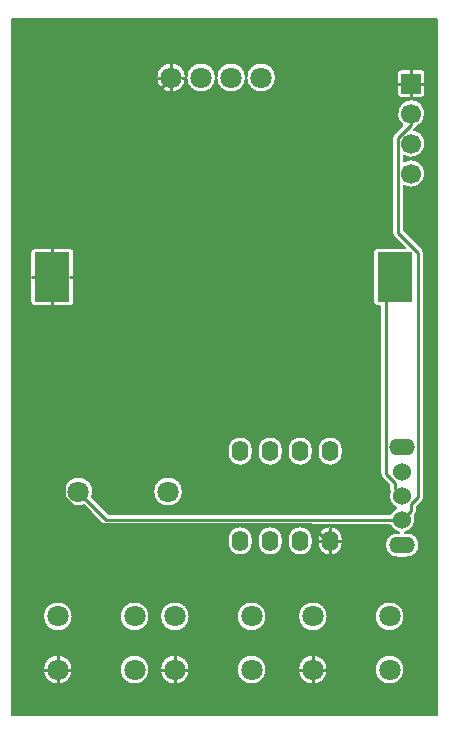
<source format=gbl>
G04 Layer: BottomLayer*
G04 EasyEDA Pro v2.2.38.8, 2025-05-22 15:01:17*
G04 Gerber Generator version 0.3*
G04 Scale: 100 percent, Rotated: No, Reflected: No*
G04 Dimensions in millimeters*
G04 Leading zeros omitted, absolute positions, 4 integers and 5 decimals*
%FSLAX45Y45*%
%MOMM*%
%ADD10C,0.2032*%
%ADD11C,0.254*%
%ADD12R,2.99999X4.19999*%
%ADD13C,1.8*%
%ADD14R,1.7X1.7*%
%ADD15C,1.7*%
%ADD16C,1.5293*%
%ADD17C,1.524*%
%ADD18O,2.2X1.4*%
%ADD19O,1.4X1.75001*%
G75*


G04 Copper Start*
G36*
G01X3634486Y-10414D02*
G01X3634486Y-5907786D01*
G01X35814Y-5907786D01*
G01X35814Y-5520893D01*
G01X298493Y-5520893D01*
G01X300405Y-5542741D01*
G01X306081Y-5563924D01*
G01X315349Y-5583800D01*
G01X327928Y-5601765D01*
G01X343435Y-5617272D01*
G01X361400Y-5629851D01*
G01X381276Y-5639120D01*
G01X402460Y-5644796D01*
G01X424307Y-5646707D01*
G01X446154Y-5644796D01*
G01X467338Y-5639120D01*
G01X487214Y-5629851D01*
G01X505179Y-5617272D01*
G01X520686Y-5601765D01*
G01X533265Y-5583800D01*
G01X542533Y-5563924D01*
G01X548209Y-5542741D01*
G01X550121Y-5520893D01*
G01X550121Y-5520893D01*
G01X948479Y-5520893D01*
G01X950391Y-5542741D01*
G01X956067Y-5563924D01*
G01X965335Y-5583800D01*
G01X977914Y-5601765D01*
G01X993421Y-5617272D01*
G01X1011386Y-5629851D01*
G01X1031262Y-5639120D01*
G01X1052446Y-5644796D01*
G01X1074293Y-5646707D01*
G01X1096140Y-5644796D01*
G01X1117324Y-5639120D01*
G01X1137200Y-5629851D01*
G01X1155165Y-5617272D01*
G01X1170672Y-5601765D01*
G01X1183251Y-5583800D01*
G01X1192519Y-5563924D01*
G01X1198195Y-5542741D01*
G01X1200107Y-5520893D01*
G01X1200107Y-5520893D01*
G01X1289093Y-5520893D01*
G01X1291005Y-5542741D01*
G01X1296681Y-5563924D01*
G01X1305949Y-5583800D01*
G01X1318528Y-5601765D01*
G01X1334035Y-5617272D01*
G01X1352000Y-5629851D01*
G01X1371876Y-5639120D01*
G01X1393060Y-5644796D01*
G01X1414907Y-5646707D01*
G01X1436754Y-5644796D01*
G01X1457938Y-5639120D01*
G01X1477814Y-5629851D01*
G01X1495779Y-5617272D01*
G01X1511286Y-5601765D01*
G01X1523865Y-5583800D01*
G01X1533133Y-5563924D01*
G01X1538809Y-5542741D01*
G01X1540721Y-5520893D01*
G01X1540721Y-5520893D01*
G01X1939079Y-5520893D01*
G01X1940991Y-5542741D01*
G01X1946667Y-5563924D01*
G01X1955935Y-5583800D01*
G01X1968514Y-5601765D01*
G01X1984021Y-5617272D01*
G01X2001986Y-5629851D01*
G01X2021862Y-5639120D01*
G01X2043046Y-5644796D01*
G01X2064893Y-5646707D01*
G01X2086740Y-5644796D01*
G01X2107924Y-5639120D01*
G01X2127800Y-5629851D01*
G01X2145765Y-5617272D01*
G01X2161272Y-5601765D01*
G01X2173851Y-5583800D01*
G01X2183119Y-5563924D01*
G01X2188795Y-5542741D01*
G01X2190707Y-5520893D01*
G01X2190707Y-5520893D01*
G01X2457493Y-5520893D01*
G01X2459405Y-5542741D01*
G01X2465081Y-5563924D01*
G01X2474349Y-5583800D01*
G01X2486928Y-5601765D01*
G01X2502435Y-5617272D01*
G01X2520400Y-5629851D01*
G01X2540276Y-5639120D01*
G01X2561460Y-5644796D01*
G01X2583307Y-5646707D01*
G01X2605154Y-5644796D01*
G01X2626338Y-5639120D01*
G01X2646214Y-5629851D01*
G01X2664179Y-5617272D01*
G01X2679686Y-5601765D01*
G01X2692265Y-5583800D01*
G01X2701533Y-5563924D01*
G01X2707209Y-5542741D01*
G01X2709121Y-5520893D01*
G01X2709121Y-5520893D01*
G01X3107479Y-5520893D01*
G01X3109391Y-5542741D01*
G01X3115067Y-5563924D01*
G01X3124335Y-5583800D01*
G01X3136914Y-5601765D01*
G01X3152421Y-5617272D01*
G01X3170386Y-5629851D01*
G01X3190262Y-5639120D01*
G01X3211446Y-5644796D01*
G01X3233293Y-5646707D01*
G01X3255140Y-5644796D01*
G01X3276324Y-5639120D01*
G01X3296200Y-5629851D01*
G01X3314165Y-5617272D01*
G01X3329672Y-5601765D01*
G01X3342251Y-5583800D01*
G01X3351519Y-5563924D01*
G01X3357195Y-5542741D01*
G01X3359107Y-5520893D01*
G01X3359107Y-5520893D01*
G01X3357195Y-5499046D01*
G01X3351519Y-5477862D01*
G01X3342251Y-5457986D01*
G01X3329672Y-5440022D01*
G01X3314165Y-5424514D01*
G01X3296200Y-5411935D01*
G01X3276324Y-5402667D01*
G01X3255140Y-5396991D01*
G01X3233293Y-5395079D01*
G01X3211446Y-5396991D01*
G01X3190262Y-5402667D01*
G01X3170386Y-5411935D01*
G01X3152421Y-5424514D01*
G01X3136914Y-5440022D01*
G01X3124335Y-5457986D01*
G01X3115067Y-5477862D01*
G01X3109391Y-5499046D01*
G01X3107479Y-5520893D01*
G01X2709121Y-5520893D01*
G01X2707209Y-5499046D01*
G01X2701533Y-5477862D01*
G01X2692265Y-5457986D01*
G01X2679686Y-5440022D01*
G01X2664179Y-5424514D01*
G01X2646214Y-5411935D01*
G01X2626338Y-5402667D01*
G01X2605154Y-5396991D01*
G01X2583307Y-5395079D01*
G01X2561460Y-5396991D01*
G01X2540276Y-5402667D01*
G01X2520400Y-5411935D01*
G01X2502435Y-5424514D01*
G01X2486928Y-5440022D01*
G01X2474349Y-5457986D01*
G01X2465081Y-5477862D01*
G01X2459405Y-5499046D01*
G01X2457493Y-5520893D01*
G01X2190707Y-5520893D01*
G01X2188795Y-5499046D01*
G01X2183119Y-5477862D01*
G01X2173851Y-5457986D01*
G01X2161272Y-5440022D01*
G01X2145765Y-5424514D01*
G01X2127800Y-5411935D01*
G01X2107924Y-5402667D01*
G01X2086740Y-5396991D01*
G01X2064893Y-5395079D01*
G01X2043046Y-5396991D01*
G01X2021862Y-5402667D01*
G01X2001986Y-5411935D01*
G01X1984021Y-5424514D01*
G01X1968514Y-5440022D01*
G01X1955935Y-5457986D01*
G01X1946667Y-5477862D01*
G01X1940991Y-5499046D01*
G01X1939079Y-5520893D01*
G01X1540721Y-5520893D01*
G01X1538809Y-5499046D01*
G01X1533133Y-5477862D01*
G01X1523865Y-5457986D01*
G01X1511286Y-5440022D01*
G01X1495779Y-5424514D01*
G01X1477814Y-5411935D01*
G01X1457938Y-5402667D01*
G01X1436754Y-5396991D01*
G01X1414907Y-5395079D01*
G01X1393060Y-5396991D01*
G01X1371876Y-5402667D01*
G01X1352000Y-5411935D01*
G01X1334035Y-5424514D01*
G01X1318528Y-5440022D01*
G01X1305949Y-5457986D01*
G01X1296681Y-5477862D01*
G01X1291005Y-5499046D01*
G01X1289093Y-5520893D01*
G01X1200107Y-5520893D01*
G01X1198195Y-5499046D01*
G01X1192519Y-5477862D01*
G01X1183251Y-5457986D01*
G01X1170672Y-5440022D01*
G01X1155165Y-5424514D01*
G01X1137200Y-5411935D01*
G01X1117324Y-5402667D01*
G01X1096140Y-5396991D01*
G01X1074293Y-5395079D01*
G01X1052446Y-5396991D01*
G01X1031262Y-5402667D01*
G01X1011386Y-5411935D01*
G01X993421Y-5424514D01*
G01X977914Y-5440022D01*
G01X965335Y-5457986D01*
G01X956067Y-5477862D01*
G01X950391Y-5499046D01*
G01X948479Y-5520893D01*
G01X550121Y-5520893D01*
G01X548209Y-5499046D01*
G01X542533Y-5477862D01*
G01X533265Y-5457986D01*
G01X520686Y-5440022D01*
G01X505179Y-5424514D01*
G01X487214Y-5411935D01*
G01X467338Y-5402667D01*
G01X446154Y-5396991D01*
G01X424307Y-5395079D01*
G01X402460Y-5396991D01*
G01X381276Y-5402667D01*
G01X361400Y-5411935D01*
G01X343435Y-5424514D01*
G01X327928Y-5440022D01*
G01X315349Y-5457986D01*
G01X306081Y-5477862D01*
G01X300405Y-5499046D01*
G01X298493Y-5520893D01*
G01X35814Y-5520893D01*
G01X35814Y-5070907D01*
G01X298493Y-5070907D01*
G01X300405Y-5092754D01*
G01X306081Y-5113938D01*
G01X315349Y-5133814D01*
G01X327928Y-5151778D01*
G01X343435Y-5167286D01*
G01X361400Y-5179865D01*
G01X381276Y-5189133D01*
G01X402460Y-5194809D01*
G01X424307Y-5196721D01*
G01X446154Y-5194809D01*
G01X467338Y-5189133D01*
G01X487214Y-5179865D01*
G01X505179Y-5167286D01*
G01X520686Y-5151778D01*
G01X533265Y-5133814D01*
G01X542533Y-5113938D01*
G01X548209Y-5092754D01*
G01X550121Y-5070907D01*
G01X550121Y-5070907D01*
G01X948479Y-5070907D01*
G01X950391Y-5092754D01*
G01X956067Y-5113938D01*
G01X965335Y-5133814D01*
G01X977914Y-5151778D01*
G01X993421Y-5167286D01*
G01X1011386Y-5179865D01*
G01X1031262Y-5189133D01*
G01X1052446Y-5194809D01*
G01X1074293Y-5196721D01*
G01X1096140Y-5194809D01*
G01X1117324Y-5189133D01*
G01X1137200Y-5179865D01*
G01X1155165Y-5167286D01*
G01X1170672Y-5151778D01*
G01X1183251Y-5133814D01*
G01X1192519Y-5113938D01*
G01X1198195Y-5092754D01*
G01X1200107Y-5070907D01*
G01X1200107Y-5070907D01*
G01X1289093Y-5070907D01*
G01X1291005Y-5092754D01*
G01X1296681Y-5113938D01*
G01X1305949Y-5133814D01*
G01X1318528Y-5151778D01*
G01X1334035Y-5167286D01*
G01X1352000Y-5179865D01*
G01X1371876Y-5189133D01*
G01X1393060Y-5194809D01*
G01X1414907Y-5196721D01*
G01X1436754Y-5194809D01*
G01X1457938Y-5189133D01*
G01X1477814Y-5179865D01*
G01X1495779Y-5167286D01*
G01X1511286Y-5151778D01*
G01X1523865Y-5133814D01*
G01X1533133Y-5113938D01*
G01X1538809Y-5092754D01*
G01X1540721Y-5070907D01*
G01X1540721Y-5070907D01*
G01X1939079Y-5070907D01*
G01X1940991Y-5092754D01*
G01X1946667Y-5113938D01*
G01X1955935Y-5133814D01*
G01X1968514Y-5151778D01*
G01X1984021Y-5167286D01*
G01X2001986Y-5179865D01*
G01X2021862Y-5189133D01*
G01X2043046Y-5194809D01*
G01X2064893Y-5196721D01*
G01X2086740Y-5194809D01*
G01X2107924Y-5189133D01*
G01X2127800Y-5179865D01*
G01X2145765Y-5167286D01*
G01X2161272Y-5151778D01*
G01X2173851Y-5133814D01*
G01X2183119Y-5113938D01*
G01X2188795Y-5092754D01*
G01X2190707Y-5070907D01*
G01X2190707Y-5070907D01*
G01X2457493Y-5070907D01*
G01X2459405Y-5092754D01*
G01X2465081Y-5113938D01*
G01X2474349Y-5133814D01*
G01X2486928Y-5151778D01*
G01X2502435Y-5167286D01*
G01X2520400Y-5179865D01*
G01X2540276Y-5189133D01*
G01X2561460Y-5194809D01*
G01X2583307Y-5196721D01*
G01X2605154Y-5194809D01*
G01X2626338Y-5189133D01*
G01X2646214Y-5179865D01*
G01X2664179Y-5167286D01*
G01X2679686Y-5151778D01*
G01X2692265Y-5133814D01*
G01X2701533Y-5113938D01*
G01X2707209Y-5092754D01*
G01X2709121Y-5070907D01*
G01X2709121Y-5070907D01*
G01X3107479Y-5070907D01*
G01X3109391Y-5092754D01*
G01X3115067Y-5113938D01*
G01X3124335Y-5133814D01*
G01X3136914Y-5151778D01*
G01X3152421Y-5167286D01*
G01X3170386Y-5179865D01*
G01X3190262Y-5189133D01*
G01X3211446Y-5194809D01*
G01X3233293Y-5196721D01*
G01X3255140Y-5194809D01*
G01X3276324Y-5189133D01*
G01X3296200Y-5179865D01*
G01X3314165Y-5167286D01*
G01X3329672Y-5151778D01*
G01X3342251Y-5133814D01*
G01X3351519Y-5113938D01*
G01X3357195Y-5092754D01*
G01X3359107Y-5070907D01*
G01X3359107Y-5070907D01*
G01X3357195Y-5049059D01*
G01X3351519Y-5027876D01*
G01X3342251Y-5008000D01*
G01X3329672Y-4990035D01*
G01X3314165Y-4974528D01*
G01X3296200Y-4961949D01*
G01X3276324Y-4952680D01*
G01X3255140Y-4947004D01*
G01X3233293Y-4945093D01*
G01X3211446Y-4947004D01*
G01X3190262Y-4952680D01*
G01X3170386Y-4961949D01*
G01X3152421Y-4974528D01*
G01X3136914Y-4990035D01*
G01X3124335Y-5008000D01*
G01X3115067Y-5027876D01*
G01X3109391Y-5049059D01*
G01X3107479Y-5070907D01*
G01X2709121Y-5070907D01*
G01X2707209Y-5049059D01*
G01X2701533Y-5027876D01*
G01X2692265Y-5008000D01*
G01X2679686Y-4990035D01*
G01X2664179Y-4974528D01*
G01X2646214Y-4961949D01*
G01X2626338Y-4952680D01*
G01X2605154Y-4947004D01*
G01X2583307Y-4945093D01*
G01X2561460Y-4947004D01*
G01X2540276Y-4952680D01*
G01X2520400Y-4961949D01*
G01X2502435Y-4974528D01*
G01X2486928Y-4990035D01*
G01X2474349Y-5008000D01*
G01X2465081Y-5027876D01*
G01X2459405Y-5049059D01*
G01X2457493Y-5070907D01*
G01X2190707Y-5070907D01*
G01X2188795Y-5049059D01*
G01X2183119Y-5027876D01*
G01X2173851Y-5008000D01*
G01X2161272Y-4990035D01*
G01X2145765Y-4974528D01*
G01X2127800Y-4961949D01*
G01X2107924Y-4952680D01*
G01X2086740Y-4947004D01*
G01X2064893Y-4945093D01*
G01X2043046Y-4947004D01*
G01X2021862Y-4952680D01*
G01X2001986Y-4961949D01*
G01X1984021Y-4974528D01*
G01X1968514Y-4990035D01*
G01X1955935Y-5008000D01*
G01X1946667Y-5027876D01*
G01X1940991Y-5049059D01*
G01X1939079Y-5070907D01*
G01X1540721Y-5070907D01*
G01X1538809Y-5049059D01*
G01X1533133Y-5027876D01*
G01X1523865Y-5008000D01*
G01X1511286Y-4990035D01*
G01X1495779Y-4974528D01*
G01X1477814Y-4961949D01*
G01X1457938Y-4952680D01*
G01X1436754Y-4947004D01*
G01X1414907Y-4945093D01*
G01X1393060Y-4947004D01*
G01X1371876Y-4952680D01*
G01X1352000Y-4961949D01*
G01X1334035Y-4974528D01*
G01X1318528Y-4990035D01*
G01X1305949Y-5008000D01*
G01X1296681Y-5027876D01*
G01X1291005Y-5049059D01*
G01X1289093Y-5070907D01*
G01X1200107Y-5070907D01*
G01X1198195Y-5049059D01*
G01X1192519Y-5027876D01*
G01X1183251Y-5008000D01*
G01X1170672Y-4990035D01*
G01X1155165Y-4974528D01*
G01X1137200Y-4961949D01*
G01X1117324Y-4952680D01*
G01X1096140Y-4947004D01*
G01X1074293Y-4945093D01*
G01X1052446Y-4947004D01*
G01X1031262Y-4952680D01*
G01X1011386Y-4961949D01*
G01X993421Y-4974528D01*
G01X977914Y-4990035D01*
G01X965335Y-5008000D01*
G01X956067Y-5027876D01*
G01X950391Y-5049059D01*
G01X948479Y-5070907D01*
G01X550121Y-5070907D01*
G01X548209Y-5049059D01*
G01X542533Y-5027876D01*
G01X533265Y-5008000D01*
G01X520686Y-4990035D01*
G01X505179Y-4974528D01*
G01X487214Y-4961949D01*
G01X467338Y-4952680D01*
G01X446154Y-4947004D01*
G01X424307Y-4945093D01*
G01X402460Y-4947004D01*
G01X381276Y-4952680D01*
G01X361400Y-4961949D01*
G01X343435Y-4974528D01*
G01X327928Y-4990035D01*
G01X315349Y-5008000D01*
G01X306081Y-5027876D01*
G01X300405Y-5049059D01*
G01X298493Y-5070907D01*
G01X35814Y-5070907D01*
G01X35814Y-4413809D01*
G01X1862686Y-4413809D01*
G01X1862686Y-4448810D01*
G01X1864488Y-4468253D01*
G01X1869832Y-4487034D01*
G01X1878535Y-4504514D01*
G01X1890303Y-4520096D01*
G01X1904733Y-4533251D01*
G01X1921335Y-4543531D01*
G01X1939543Y-4550584D01*
G01X1958737Y-4554172D01*
G01X1978263Y-4554172D01*
G01X1997457Y-4550584D01*
G01X2015665Y-4543531D01*
G01X2032267Y-4533251D01*
G01X2046697Y-4520096D01*
G01X2058465Y-4504514D01*
G01X2067168Y-4487034D01*
G01X2072512Y-4468253D01*
G01X2074314Y-4448810D01*
G01X2074314Y-4413809D01*
G01X2116686Y-4413809D01*
G01X2116686Y-4448810D01*
G01X2118488Y-4468253D01*
G01X2123832Y-4487034D01*
G01X2132535Y-4504514D01*
G01X2144303Y-4520096D01*
G01X2158733Y-4533251D01*
G01X2175335Y-4543531D01*
G01X2193543Y-4550584D01*
G01X2212737Y-4554172D01*
G01X2232263Y-4554172D01*
G01X2251457Y-4550584D01*
G01X2269665Y-4543531D01*
G01X2286267Y-4533251D01*
G01X2300697Y-4520096D01*
G01X2312465Y-4504514D01*
G01X2321168Y-4487034D01*
G01X2326512Y-4468253D01*
G01X2328314Y-4448810D01*
G01X2328314Y-4413809D01*
G01X2370686Y-4413809D01*
G01X2370686Y-4448810D01*
G01X2372488Y-4468253D01*
G01X2377832Y-4487034D01*
G01X2386535Y-4504514D01*
G01X2398303Y-4520096D01*
G01X2412733Y-4533251D01*
G01X2429335Y-4543531D01*
G01X2447543Y-4550584D01*
G01X2466737Y-4554172D01*
G01X2486263Y-4554172D01*
G01X2505457Y-4550584D01*
G01X2523665Y-4543531D01*
G01X2540267Y-4533251D01*
G01X2554697Y-4520096D01*
G01X2566465Y-4504514D01*
G01X2575168Y-4487034D01*
G01X2580512Y-4468253D01*
G01X2582314Y-4448810D01*
G01X2582314Y-4413809D01*
G01X2624686Y-4413809D01*
G01X2624686Y-4448810D01*
G01X2626488Y-4468253D01*
G01X2631832Y-4487034D01*
G01X2640535Y-4504514D01*
G01X2652303Y-4520096D01*
G01X2666733Y-4533251D01*
G01X2683335Y-4543531D01*
G01X2701543Y-4550584D01*
G01X2720737Y-4554172D01*
G01X2740263Y-4554172D01*
G01X2759457Y-4550584D01*
G01X2777665Y-4543531D01*
G01X2794267Y-4533251D01*
G01X2808697Y-4520096D01*
G01X2820465Y-4504514D01*
G01X2829168Y-4487034D01*
G01X2834512Y-4468253D01*
G01X2836314Y-4448810D01*
G01X2836314Y-4413809D01*
G01X2834512Y-4394366D01*
G01X2829168Y-4375584D01*
G01X2820465Y-4358105D01*
G01X2808697Y-4342522D01*
G01X2794267Y-4329368D01*
G01X2777665Y-4319088D01*
G01X2759457Y-4312034D01*
G01X2740263Y-4308446D01*
G01X2720737Y-4308446D01*
G01X2701543Y-4312034D01*
G01X2683335Y-4319088D01*
G01X2666733Y-4329368D01*
G01X2652303Y-4342522D01*
G01X2640535Y-4358105D01*
G01X2631832Y-4375584D01*
G01X2626488Y-4394366D01*
G01X2624686Y-4413809D01*
G01X2624686Y-4413809D01*
G01X2582314Y-4413809D01*
G01X2580512Y-4394366D01*
G01X2575168Y-4375584D01*
G01X2566465Y-4358105D01*
G01X2554697Y-4342522D01*
G01X2540267Y-4329368D01*
G01X2523665Y-4319088D01*
G01X2505457Y-4312034D01*
G01X2486263Y-4308446D01*
G01X2466737Y-4308446D01*
G01X2447543Y-4312034D01*
G01X2429335Y-4319088D01*
G01X2412733Y-4329368D01*
G01X2398303Y-4342522D01*
G01X2386535Y-4358105D01*
G01X2377832Y-4375584D01*
G01X2372488Y-4394366D01*
G01X2370686Y-4413809D01*
G01X2370686Y-4413809D01*
G01X2328314Y-4413809D01*
G01X2326512Y-4394366D01*
G01X2321168Y-4375584D01*
G01X2312465Y-4358105D01*
G01X2300697Y-4342522D01*
G01X2286267Y-4329368D01*
G01X2269665Y-4319088D01*
G01X2251457Y-4312034D01*
G01X2232263Y-4308446D01*
G01X2212737Y-4308446D01*
G01X2193543Y-4312034D01*
G01X2175335Y-4319088D01*
G01X2158733Y-4329368D01*
G01X2144303Y-4342522D01*
G01X2132535Y-4358105D01*
G01X2123832Y-4375584D01*
G01X2118488Y-4394366D01*
G01X2116686Y-4413809D01*
G01X2116686Y-4413809D01*
G01X2074314Y-4413809D01*
G01X2072512Y-4394366D01*
G01X2067168Y-4375584D01*
G01X2058465Y-4358105D01*
G01X2046697Y-4342522D01*
G01X2032267Y-4329368D01*
G01X2015665Y-4319088D01*
G01X1997457Y-4312034D01*
G01X1978263Y-4308446D01*
G01X1958737Y-4308446D01*
G01X1939543Y-4312034D01*
G01X1921335Y-4319088D01*
G01X1904733Y-4329368D01*
G01X1890303Y-4342522D01*
G01X1878535Y-4358105D01*
G01X1869832Y-4375584D01*
G01X1864488Y-4394366D01*
G01X1862686Y-4413809D01*
G01X1862686Y-4413809D01*
G01X35814Y-4413809D01*
G01X35814Y-4022332D01*
G01X472421Y-4022332D01*
G01X475824Y-4043626D01*
G01X482813Y-4064026D01*
G01X493183Y-4082933D01*
G01X506629Y-4099792D01*
G01X522757Y-4114106D01*
G01X541092Y-4125457D01*
G01X561096Y-4133509D01*
G01X582182Y-4138028D01*
G01X603729Y-4138879D01*
G01X625105Y-4136038D01*
G01X645683Y-4129588D01*
G01X801698Y-4285604D01*
G01X811746Y-4293314D01*
G01X823447Y-4298161D01*
G01X836003Y-4299814D01*
G01X3239137Y-4299814D01*
G01X3249429Y-4317071D01*
G01X3262638Y-4332212D01*
G01X3278341Y-4344750D01*
G01X3296030Y-4354280D01*
G01X3315138Y-4360497D01*
G01X3300100Y-4360497D01*
G01X3280657Y-4362298D01*
G01X3261876Y-4367642D01*
G01X3244396Y-4376346D01*
G01X3228814Y-4388113D01*
G01X3215659Y-4402544D01*
G01X3205379Y-4419145D01*
G01X3198326Y-4437353D01*
G01X3194738Y-4456547D01*
G01X3194738Y-4476074D01*
G01X3198326Y-4495268D01*
G01X3205379Y-4513476D01*
G01X3215659Y-4530078D01*
G01X3228814Y-4544508D01*
G01X3244396Y-4556275D01*
G01X3261876Y-4564979D01*
G01X3280657Y-4570323D01*
G01X3300100Y-4572124D01*
G01X3380100Y-4572124D01*
G01X3399543Y-4570323D01*
G01X3418324Y-4564979D01*
G01X3435804Y-4556275D01*
G01X3451386Y-4544508D01*
G01X3464541Y-4530078D01*
G01X3474821Y-4513476D01*
G01X3481874Y-4495268D01*
G01X3485462Y-4476074D01*
G01X3485462Y-4456547D01*
G01X3481874Y-4437353D01*
G01X3474821Y-4419145D01*
G01X3464541Y-4402544D01*
G01X3451386Y-4388113D01*
G01X3435804Y-4376346D01*
G01X3418324Y-4367642D01*
G01X3399543Y-4362298D01*
G01X3380100Y-4360497D01*
G01X3365062Y-4360497D01*
G01X3383006Y-4354770D01*
G01X3399737Y-4346118D01*
G01X3414782Y-4334785D01*
G01X3427714Y-4321091D01*
G01X3438170Y-4305424D01*
G01X3445852Y-4288226D01*
G01X3450545Y-4269985D01*
G01X3452114Y-4251215D01*
G01X3450516Y-4232447D01*
G01X3445796Y-4214213D01*
G01X3450605Y-4209404D01*
G01X3458314Y-4199357D01*
G01X3463161Y-4187656D01*
G01X3464814Y-4175100D01*
G01X3464814Y-4142415D01*
G01X3512304Y-4094924D01*
G01X3520014Y-4084877D01*
G01X3524861Y-4073176D01*
G01X3526514Y-4060620D01*
G01X3526514Y-1996847D01*
G01X3524861Y-1984290D01*
G01X3520014Y-1972590D01*
G01X3512304Y-1962542D01*
G01X3351914Y-1802152D01*
G01X3351914Y-1423027D01*
G01X3371003Y-1432801D01*
G01X3391518Y-1439045D01*
G01X3412815Y-1441564D01*
G01X3434221Y-1440277D01*
G01X3455063Y-1435226D01*
G01X3474684Y-1426570D01*
G01X3492464Y-1414582D01*
G01X3507845Y-1399638D01*
G01X3520342Y-1382210D01*
G01X3529561Y-1362848D01*
G01X3535211Y-1342160D01*
G01X3537114Y-1320800D01*
G01X3535211Y-1299440D01*
G01X3529561Y-1278752D01*
G01X3520342Y-1259390D01*
G01X3507845Y-1241962D01*
G01X3492464Y-1227018D01*
G01X3474684Y-1215030D01*
G01X3455063Y-1206374D01*
G01X3434221Y-1201323D01*
G01X3412815Y-1200036D01*
G01X3391518Y-1202555D01*
G01X3371003Y-1208799D01*
G01X3351914Y-1218573D01*
G01X3351914Y-1169027D01*
G01X3370586Y-1178631D01*
G01X3390639Y-1184857D01*
G01X3411467Y-1187517D01*
G01X3432441Y-1186531D01*
G01X3452927Y-1181928D01*
G01X3472307Y-1173848D01*
G01X3489995Y-1162534D01*
G01X3505458Y-1148329D01*
G01X3518227Y-1131661D01*
G01X3527917Y-1113033D01*
G01X3534237Y-1093010D01*
G01X3536993Y-1072195D01*
G01X3536105Y-1051216D01*
G01X3531597Y-1030709D01*
G01X3523607Y-1011291D01*
G01X3512376Y-993551D01*
G01X3498242Y-978022D01*
G01X3481634Y-965176D01*
G01X3463052Y-955399D01*
G01X3443058Y-948987D01*
G01X3450605Y-941440D01*
G01X3456889Y-933708D01*
G01X3461462Y-924855D01*
G01X3480336Y-915247D01*
G01X3497242Y-902490D01*
G01X3511661Y-886977D01*
G01X3523149Y-869185D01*
G01X3531354Y-849660D01*
G01X3536022Y-829002D01*
G01X3537012Y-807846D01*
G01X3534292Y-786843D01*
G01X3527947Y-766637D01*
G01X3518170Y-747850D01*
G01X3505262Y-731059D01*
G01X3489621Y-716779D01*
G01X3471727Y-705451D01*
G01X3452129Y-697421D01*
G01X3431430Y-692937D01*
G01X3410267Y-692137D01*
G01X3389288Y-695045D01*
G01X3369140Y-701571D01*
G01X3350441Y-711515D01*
G01X3333766Y-724573D01*
G01X3319627Y-740341D01*
G01X3308459Y-758336D01*
G01X3300605Y-778005D01*
G01X3296307Y-798743D01*
G01X3295696Y-819913D01*
G01X3298791Y-840864D01*
G01X3305497Y-860953D01*
G01X3315609Y-879563D01*
G01X3328815Y-896120D01*
G01X3344709Y-910117D01*
G01X3269095Y-985731D01*
G01X3261386Y-995778D01*
G01X3256539Y-1007479D01*
G01X3254886Y-1020035D01*
G01X3254886Y-1822247D01*
G01X3256539Y-1834803D01*
G01X3261386Y-1846504D01*
G01X3269095Y-1856552D01*
G01X3363830Y-1951286D01*
G01X3128797Y-1951286D01*
G01X3117730Y-1953039D01*
G01X3107746Y-1958126D01*
G01X3099823Y-1966049D01*
G01X3094736Y-1976033D01*
G01X3092983Y-1987100D01*
G01X3092983Y-2407100D01*
G01X3094736Y-2418167D01*
G01X3099823Y-2428151D01*
G01X3107746Y-2436074D01*
G01X3117730Y-2441161D01*
G01X3128797Y-2442914D01*
G01X3153686Y-2442914D01*
G01X3153686Y-3860620D01*
G01X3153686Y-3860620D01*
G01X3155339Y-3873177D01*
G01X3160186Y-3884877D01*
G01X3167896Y-3894925D01*
G01X3230283Y-3957312D01*
G01X3230283Y-3989997D01*
G01X3231569Y-4001092D01*
G01X3235358Y-4011599D01*
G01X3229878Y-4031346D01*
G01X3228087Y-4051762D01*
G01X3230046Y-4072161D01*
G01X3235688Y-4091863D01*
G01X3244826Y-4110207D01*
G01X3257153Y-4126579D01*
G01X3272256Y-4140431D01*
G01X3289630Y-4151300D01*
G01X3273993Y-4160873D01*
G01X3260127Y-4172868D01*
G01X3248404Y-4186965D01*
G01X3239137Y-4202786D01*
G01X856098Y-4202786D01*
G01X714292Y-4060979D01*
G01X720741Y-4040402D01*
G01X723582Y-4019026D01*
G01X723352Y-4013200D01*
G01X1232083Y-4013200D01*
G01X1233994Y-4035047D01*
G01X1239670Y-4056231D01*
G01X1248939Y-4076107D01*
G01X1261518Y-4094072D01*
G01X1277025Y-4109579D01*
G01X1294990Y-4122158D01*
G01X1314866Y-4131426D01*
G01X1336049Y-4137102D01*
G01X1357897Y-4139014D01*
G01X1379744Y-4137102D01*
G01X1400928Y-4131426D01*
G01X1420804Y-4122158D01*
G01X1438768Y-4109579D01*
G01X1454276Y-4094072D01*
G01X1466855Y-4076107D01*
G01X1476123Y-4056231D01*
G01X1481799Y-4035047D01*
G01X1483711Y-4013200D01*
G01X1481799Y-3991353D01*
G01X1476123Y-3970169D01*
G01X1466855Y-3950293D01*
G01X1454276Y-3932328D01*
G01X1438768Y-3916821D01*
G01X1420804Y-3904242D01*
G01X1400928Y-3894974D01*
G01X1379744Y-3889298D01*
G01X1357897Y-3887386D01*
G01X1336049Y-3889298D01*
G01X1314866Y-3894974D01*
G01X1294990Y-3904242D01*
G01X1277025Y-3916821D01*
G01X1261518Y-3932328D01*
G01X1248939Y-3950293D01*
G01X1239670Y-3970169D01*
G01X1233994Y-3991353D01*
G01X1232083Y-4013200D01*
G01X1232083Y-4013200D01*
G01X723352Y-4013200D01*
G01X722731Y-3997478D01*
G01X718213Y-3976393D01*
G01X710160Y-3956389D01*
G01X698810Y-3938053D01*
G01X684495Y-3921926D01*
G01X667636Y-3908479D01*
G01X648729Y-3898109D01*
G01X628329Y-3891121D01*
G01X607035Y-3887718D01*
G01X585472Y-3888002D01*
G01X564275Y-3891964D01*
G01X544066Y-3899487D01*
G01X525438Y-3910351D01*
G01X508939Y-3924236D01*
G01X495054Y-3940735D01*
G01X484190Y-3959363D01*
G01X476667Y-3979572D01*
G01X472705Y-4000769D01*
G01X472421Y-4022332D01*
G01X35814Y-4022332D01*
G01X35814Y-3653790D01*
G01X1862686Y-3653790D01*
G01X1862686Y-3688791D01*
G01X1864488Y-3708234D01*
G01X1869832Y-3727016D01*
G01X1878535Y-3744495D01*
G01X1890303Y-3760078D01*
G01X1904733Y-3773232D01*
G01X1921335Y-3783512D01*
G01X1939543Y-3790566D01*
G01X1958737Y-3794154D01*
G01X1978263Y-3794154D01*
G01X1997457Y-3790566D01*
G01X2015665Y-3783512D01*
G01X2032267Y-3773232D01*
G01X2046697Y-3760078D01*
G01X2058465Y-3744495D01*
G01X2067168Y-3727016D01*
G01X2072512Y-3708234D01*
G01X2074314Y-3688791D01*
G01X2074314Y-3653790D01*
G01X2116686Y-3653790D01*
G01X2116686Y-3688791D01*
G01X2118488Y-3708234D01*
G01X2123832Y-3727016D01*
G01X2132535Y-3744495D01*
G01X2144303Y-3760078D01*
G01X2158733Y-3773232D01*
G01X2175335Y-3783512D01*
G01X2193543Y-3790566D01*
G01X2212737Y-3794154D01*
G01X2232263Y-3794154D01*
G01X2251457Y-3790566D01*
G01X2269665Y-3783512D01*
G01X2286267Y-3773232D01*
G01X2300697Y-3760078D01*
G01X2312465Y-3744495D01*
G01X2321168Y-3727016D01*
G01X2326512Y-3708234D01*
G01X2328314Y-3688791D01*
G01X2328314Y-3653790D01*
G01X2370686Y-3653790D01*
G01X2370686Y-3688791D01*
G01X2372488Y-3708234D01*
G01X2377832Y-3727016D01*
G01X2386535Y-3744495D01*
G01X2398303Y-3760078D01*
G01X2412733Y-3773232D01*
G01X2429335Y-3783512D01*
G01X2447543Y-3790566D01*
G01X2466737Y-3794154D01*
G01X2486263Y-3794154D01*
G01X2505457Y-3790566D01*
G01X2523665Y-3783512D01*
G01X2540267Y-3773232D01*
G01X2554697Y-3760078D01*
G01X2566465Y-3744495D01*
G01X2575168Y-3727016D01*
G01X2580512Y-3708234D01*
G01X2582314Y-3688791D01*
G01X2582314Y-3653790D01*
G01X2624686Y-3653790D01*
G01X2624686Y-3688791D01*
G01X2626488Y-3708234D01*
G01X2631832Y-3727016D01*
G01X2640535Y-3744495D01*
G01X2652303Y-3760078D01*
G01X2666733Y-3773232D01*
G01X2683335Y-3783512D01*
G01X2701543Y-3790566D01*
G01X2720737Y-3794154D01*
G01X2740263Y-3794154D01*
G01X2759457Y-3790566D01*
G01X2777665Y-3783512D01*
G01X2794267Y-3773232D01*
G01X2808697Y-3760078D01*
G01X2820465Y-3744495D01*
G01X2829168Y-3727016D01*
G01X2834512Y-3708234D01*
G01X2836314Y-3688791D01*
G01X2836314Y-3653790D01*
G01X2834512Y-3634347D01*
G01X2829168Y-3615566D01*
G01X2820465Y-3598086D01*
G01X2808697Y-3582504D01*
G01X2794267Y-3569349D01*
G01X2777665Y-3559069D01*
G01X2759457Y-3552016D01*
G01X2740263Y-3548428D01*
G01X2720737Y-3548428D01*
G01X2701543Y-3552016D01*
G01X2683335Y-3559069D01*
G01X2666733Y-3569349D01*
G01X2652303Y-3582504D01*
G01X2640535Y-3598086D01*
G01X2631832Y-3615566D01*
G01X2626488Y-3634347D01*
G01X2624686Y-3653790D01*
G01X2624686Y-3653790D01*
G01X2582314Y-3653790D01*
G01X2580512Y-3634347D01*
G01X2575168Y-3615566D01*
G01X2566465Y-3598086D01*
G01X2554697Y-3582504D01*
G01X2540267Y-3569349D01*
G01X2523665Y-3559069D01*
G01X2505457Y-3552016D01*
G01X2486263Y-3548428D01*
G01X2466737Y-3548428D01*
G01X2447543Y-3552016D01*
G01X2429335Y-3559069D01*
G01X2412733Y-3569349D01*
G01X2398303Y-3582504D01*
G01X2386535Y-3598086D01*
G01X2377832Y-3615566D01*
G01X2372488Y-3634347D01*
G01X2370686Y-3653790D01*
G01X2370686Y-3653790D01*
G01X2328314Y-3653790D01*
G01X2326512Y-3634347D01*
G01X2321168Y-3615566D01*
G01X2312465Y-3598086D01*
G01X2300697Y-3582504D01*
G01X2286267Y-3569349D01*
G01X2269665Y-3559069D01*
G01X2251457Y-3552016D01*
G01X2232263Y-3548428D01*
G01X2212737Y-3548428D01*
G01X2193543Y-3552016D01*
G01X2175335Y-3559069D01*
G01X2158733Y-3569349D01*
G01X2144303Y-3582504D01*
G01X2132535Y-3598086D01*
G01X2123832Y-3615566D01*
G01X2118488Y-3634347D01*
G01X2116686Y-3653790D01*
G01X2116686Y-3653790D01*
G01X2074314Y-3653790D01*
G01X2072512Y-3634347D01*
G01X2067168Y-3615566D01*
G01X2058465Y-3598086D01*
G01X2046697Y-3582504D01*
G01X2032267Y-3569349D01*
G01X2015665Y-3559069D01*
G01X1997457Y-3552016D01*
G01X1978263Y-3548428D01*
G01X1958737Y-3548428D01*
G01X1939543Y-3552016D01*
G01X1921335Y-3559069D01*
G01X1904733Y-3569349D01*
G01X1890303Y-3582504D01*
G01X1878535Y-3598086D01*
G01X1869832Y-3615566D01*
G01X1864488Y-3634347D01*
G01X1862686Y-3653790D01*
G01X1862686Y-3653790D01*
G01X35814Y-3653790D01*
G01X35814Y-1987100D01*
G01X192989Y-1987100D01*
G01X192989Y-2407100D01*
G01X194742Y-2418167D01*
G01X199829Y-2428151D01*
G01X207752Y-2436074D01*
G01X217736Y-2441161D01*
G01X228803Y-2442914D01*
G01X528803Y-2442914D01*
G01X539870Y-2441161D01*
G01X549854Y-2436074D01*
G01X557777Y-2428151D01*
G01X562864Y-2418167D01*
G01X564617Y-2407100D01*
G01X564617Y-1987100D01*
G01X564617Y-1987100D01*
G01X562864Y-1976033D01*
G01X557777Y-1966049D01*
G01X549854Y-1958126D01*
G01X539870Y-1953039D01*
G01X528803Y-1951286D01*
G01X228803Y-1951286D01*
G01X217736Y-1953039D01*
G01X207752Y-1958126D01*
G01X199829Y-1966049D01*
G01X194742Y-1976033D01*
G01X192989Y-1987100D01*
G01X35814Y-1987100D01*
G01X35814Y-643800D01*
G01X3295486Y-643800D01*
G01X3297239Y-654867D01*
G01X3302326Y-664851D01*
G01X3310249Y-672774D01*
G01X3320233Y-677861D01*
G01X3331300Y-679614D01*
G01X3501300Y-679614D01*
G01X3512367Y-677861D01*
G01X3522351Y-672774D01*
G01X3530274Y-664851D01*
G01X3535361Y-654867D01*
G01X3537114Y-643800D01*
G01X3537114Y-473800D01*
G01X3535361Y-462733D01*
G01X3530274Y-452749D01*
G01X3522351Y-444826D01*
G01X3512367Y-439739D01*
G01X3501300Y-437986D01*
G01X3331300Y-437986D01*
G01X3320233Y-439739D01*
G01X3310249Y-444826D01*
G01X3302326Y-452749D01*
G01X3297239Y-462733D01*
G01X3295486Y-473800D01*
G01X3295486Y-643800D01*
G01X3295486Y-643800D01*
G01X35814Y-643800D01*
G01X35814Y-508000D01*
G01X1258486Y-508000D01*
G01X1260398Y-529847D01*
G01X1266074Y-551031D01*
G01X1275342Y-570907D01*
G01X1287921Y-588872D01*
G01X1303428Y-604379D01*
G01X1321393Y-616958D01*
G01X1341269Y-626226D01*
G01X1362453Y-631902D01*
G01X1384300Y-633814D01*
G01X1406147Y-631902D01*
G01X1427331Y-626226D01*
G01X1447207Y-616958D01*
G01X1465172Y-604379D01*
G01X1480679Y-588872D01*
G01X1493258Y-570907D01*
G01X1502526Y-551031D01*
G01X1508202Y-529847D01*
G01X1510114Y-508000D01*
G01X1512486Y-508000D01*
G01X1514398Y-529847D01*
G01X1520074Y-551031D01*
G01X1529342Y-570907D01*
G01X1541921Y-588872D01*
G01X1557428Y-604379D01*
G01X1575393Y-616958D01*
G01X1595269Y-626226D01*
G01X1616453Y-631902D01*
G01X1638300Y-633814D01*
G01X1660147Y-631902D01*
G01X1681331Y-626226D01*
G01X1701207Y-616958D01*
G01X1719172Y-604379D01*
G01X1734679Y-588872D01*
G01X1747258Y-570907D01*
G01X1756526Y-551031D01*
G01X1762202Y-529847D01*
G01X1764114Y-508000D01*
G01X1766486Y-508000D01*
G01X1768398Y-529847D01*
G01X1774074Y-551031D01*
G01X1783342Y-570907D01*
G01X1795921Y-588872D01*
G01X1811428Y-604379D01*
G01X1829393Y-616958D01*
G01X1849269Y-626226D01*
G01X1870453Y-631902D01*
G01X1892300Y-633814D01*
G01X1914147Y-631902D01*
G01X1935331Y-626226D01*
G01X1955207Y-616958D01*
G01X1973172Y-604379D01*
G01X1988679Y-588872D01*
G01X2001258Y-570907D01*
G01X2010526Y-551031D01*
G01X2016202Y-529847D01*
G01X2018114Y-508000D01*
G01X2020486Y-508000D01*
G01X2022398Y-529847D01*
G01X2028074Y-551031D01*
G01X2037342Y-570907D01*
G01X2049921Y-588872D01*
G01X2065428Y-604379D01*
G01X2083393Y-616958D01*
G01X2103269Y-626226D01*
G01X2124453Y-631902D01*
G01X2146300Y-633814D01*
G01X2168147Y-631902D01*
G01X2189331Y-626226D01*
G01X2209207Y-616958D01*
G01X2227172Y-604379D01*
G01X2242679Y-588872D01*
G01X2255258Y-570907D01*
G01X2264526Y-551031D01*
G01X2270202Y-529847D01*
G01X2272114Y-508000D01*
G01X2270202Y-486153D01*
G01X2264526Y-464969D01*
G01X2255258Y-445093D01*
G01X2242679Y-427128D01*
G01X2227172Y-411621D01*
G01X2209207Y-399042D01*
G01X2189331Y-389774D01*
G01X2168147Y-384098D01*
G01X2146300Y-382186D01*
G01X2124453Y-384098D01*
G01X2103269Y-389774D01*
G01X2083393Y-399042D01*
G01X2065428Y-411621D01*
G01X2049921Y-427128D01*
G01X2037342Y-445093D01*
G01X2028074Y-464969D01*
G01X2022398Y-486153D01*
G01X2020486Y-508000D01*
G01X2020486Y-508000D01*
G01X2018114Y-508000D01*
G01X2016202Y-486153D01*
G01X2010526Y-464969D01*
G01X2001258Y-445093D01*
G01X1988679Y-427128D01*
G01X1973172Y-411621D01*
G01X1955207Y-399042D01*
G01X1935331Y-389774D01*
G01X1914147Y-384098D01*
G01X1892300Y-382186D01*
G01X1870453Y-384098D01*
G01X1849269Y-389774D01*
G01X1829393Y-399042D01*
G01X1811428Y-411621D01*
G01X1795921Y-427128D01*
G01X1783342Y-445093D01*
G01X1774074Y-464969D01*
G01X1768398Y-486153D01*
G01X1766486Y-508000D01*
G01X1766486Y-508000D01*
G01X1764114Y-508000D01*
G01X1762202Y-486153D01*
G01X1756526Y-464969D01*
G01X1747258Y-445093D01*
G01X1734679Y-427128D01*
G01X1719172Y-411621D01*
G01X1701207Y-399042D01*
G01X1681331Y-389774D01*
G01X1660147Y-384098D01*
G01X1638300Y-382186D01*
G01X1616453Y-384098D01*
G01X1595269Y-389774D01*
G01X1575393Y-399042D01*
G01X1557428Y-411621D01*
G01X1541921Y-427128D01*
G01X1529342Y-445093D01*
G01X1520074Y-464969D01*
G01X1514398Y-486153D01*
G01X1512486Y-508000D01*
G01X1512486Y-508000D01*
G01X1510114Y-508000D01*
G01X1508202Y-486153D01*
G01X1502526Y-464969D01*
G01X1493258Y-445093D01*
G01X1480679Y-427128D01*
G01X1465172Y-411621D01*
G01X1447207Y-399042D01*
G01X1427331Y-389774D01*
G01X1406147Y-384098D01*
G01X1384300Y-382186D01*
G01X1362453Y-384098D01*
G01X1341269Y-389774D01*
G01X1321393Y-399042D01*
G01X1303428Y-411621D01*
G01X1287921Y-427128D01*
G01X1275342Y-445093D01*
G01X1266074Y-464969D01*
G01X1260398Y-486153D01*
G01X1258486Y-508000D01*
G01X1258486Y-508000D01*
G01X35814Y-508000D01*
G01X35814Y-10414D01*
G01X3634486Y-10414D01*
G37*
G54D10*
G01X3634486Y-10414D02*
G01X3634486Y-5907786D01*
G01X35814Y-5907786D01*
G01X35814Y-10414D01*
G01X3634486Y-10414D01*
G01X564617Y-1987100D02*
G03X528803Y-1951286I-35814J0D01*
G01X228803Y-1951286D01*
G03X192989Y-1987100I0J-35814D01*
G01X192989Y-2407100D01*
G03X228803Y-2442914I35814J0D01*
G01X528803Y-2442914D01*
G03X564617Y-2407100I0J35814D01*
G01X564617Y-1987100D01*
G01X550121Y-5070907D02*
G03X298493Y-5070907I-125814J0D01*
G03X550121Y-5070907I125814J0D01*
G01X550121Y-5520893D02*
G03X298493Y-5520893I-125814J0D01*
G03X550121Y-5520893I125814J0D01*
G01X3153686Y-3860620D02*
G03X3167896Y-3894925I48514J0D01*
G01X3230283Y-3957312D01*
G01X3230283Y-3989997D01*
G03X3235358Y-4011599I48514J0D01*
G03X3289630Y-4151300I104742J-39701D01*
G03X3239137Y-4202786I50470J-100000D01*
G01X856098Y-4202786D01*
G01X714292Y-4060979D01*
G03X508939Y-3924236I-116388J47779D01*
G03X645683Y-4129588I88964J-88964D01*
G01X801698Y-4285604D01*
G03X836003Y-4299814I34305J34305D01*
G01X3239137Y-4299814D01*
G03X3315138Y-4360497I100963J48514D01*
G01X3300100Y-4360497D01*
G03X3300100Y-4572124I0J-105814D01*
G01X3380100Y-4572124D01*
G03X3380100Y-4360497I0J105814D01*
G01X3365062Y-4360497D01*
G03X3438170Y-4305424I-24962J109197D01*
G03X3445796Y-4214213I-98070J54124D01*
G01X3450605Y-4209404D01*
G03X3464814Y-4175100I-34305J34305D01*
G01X3464814Y-4142415D01*
G01X3512304Y-4094924D01*
G03X3526514Y-4060620I-34305J34305D01*
G01X3526514Y-1996847D01*
G03X3512304Y-1962542I-48514J0D01*
G01X3351914Y-1802152D01*
G01X3351914Y-1423027D01*
G03X3537114Y-1320800I64386J102227D01*
G03X3351914Y-1218573I-120814J0D01*
G01X3351914Y-1169027D01*
G03X3527917Y-1113033I64386J102227D01*
G03X3443058Y-948987I-111617J46233D01*
G01X3450605Y-941440D01*
G03X3461462Y-924855I-34305J34305D01*
G03X3431430Y-692937I-45162J112055D01*
G03X3344709Y-910117I-15130J-119863D01*
G01X3269095Y-985731D01*
G03X3254886Y-1020035I34305J-34305D01*
G01X3254886Y-1822247D01*
G03X3269095Y-1856552I48514J0D01*
G01X3363830Y-1951286D01*
G01X3128797Y-1951286D01*
G03X3092983Y-1987100I0J-35814D01*
G01X3092983Y-2407100D01*
G03X3128797Y-2442914I35814J0D01*
G01X3153686Y-2442914D01*
G01X3153686Y-3860620D01*
G01X1200107Y-5070907D02*
G03X948479Y-5070907I-125814J0D01*
G03X1200107Y-5070907I125814J0D01*
G01X1200107Y-5520893D02*
G03X948479Y-5520893I-125814J0D01*
G03X1200107Y-5520893I125814J0D01*
G01X1232083Y-4013200D02*
G03X1483711Y-4013200I125814J0D01*
G03X1232083Y-4013200I-125814J0D01*
G01X1258486Y-508000D02*
G03X1510114Y-508000I125814J0D01*
G03X1258486Y-508000I-125814J0D01*
G01X1540721Y-5520893D02*
G03X1289093Y-5520893I-125814J0D01*
G03X1540721Y-5520893I125814J0D01*
G01X1540721Y-5070907D02*
G03X1289093Y-5070907I-125814J0D01*
G03X1540721Y-5070907I125814J0D01*
G01X1512486Y-508000D02*
G03X1764114Y-508000I125814J0D01*
G03X1512486Y-508000I-125814J0D01*
G01X1766486Y-508000D02*
G03X2018114Y-508000I125814J0D01*
G03X1766486Y-508000I-125814J0D01*
G01X1862686Y-3653790D02*
G01X1862686Y-3688791D01*
G03X2074314Y-3688791I105814J0D01*
G01X2074314Y-3653790D01*
G03X1862686Y-3653790I-105814J0D01*
G01X1862686Y-4413809D02*
G01X1862686Y-4448810D01*
G03X2074314Y-4448810I105814J0D01*
G01X2074314Y-4413809D01*
G03X1862686Y-4413809I-105814J0D01*
G01X2190707Y-5070907D02*
G03X1939079Y-5070907I-125814J0D01*
G03X2190707Y-5070907I125814J0D01*
G01X2190707Y-5520893D02*
G03X1939079Y-5520893I-125814J0D01*
G03X2190707Y-5520893I125814J0D01*
G01X2020486Y-508000D02*
G03X2272114Y-508000I125814J0D01*
G03X2020486Y-508000I-125814J0D01*
G01X2116686Y-3653790D02*
G01X2116686Y-3688791D01*
G03X2328314Y-3688791I105814J0D01*
G01X2328314Y-3653790D01*
G03X2116686Y-3653790I-105814J0D01*
G01X2116686Y-4413809D02*
G01X2116686Y-4448810D01*
G03X2328314Y-4448810I105814J0D01*
G01X2328314Y-4413809D01*
G03X2116686Y-4413809I-105814J0D01*
G01X2370686Y-3653790D02*
G01X2370686Y-3688791D01*
G03X2582314Y-3688791I105814J0D01*
G01X2582314Y-3653790D01*
G03X2370686Y-3653790I-105814J0D01*
G01X2370686Y-4413809D02*
G01X2370686Y-4448810D01*
G03X2582314Y-4448810I105814J0D01*
G01X2582314Y-4413809D01*
G03X2370686Y-4413809I-105814J0D01*
G01X2709121Y-5070907D02*
G03X2457493Y-5070907I-125814J0D01*
G03X2709121Y-5070907I125814J0D01*
G01X2709121Y-5520893D02*
G03X2457493Y-5520893I-125814J0D01*
G03X2709121Y-5520893I125814J0D01*
G01X2624686Y-3653790D02*
G01X2624686Y-3688791D01*
G03X2836314Y-3688791I105814J0D01*
G01X2836314Y-3653790D01*
G03X2624686Y-3653790I-105814J0D01*
G01X2624686Y-4413809D02*
G01X2624686Y-4448810D01*
G03X2836314Y-4448810I105814J0D01*
G01X2836314Y-4413809D01*
G03X2624686Y-4413809I-105814J0D01*
G01X3359107Y-5520893D02*
G03X3107479Y-5520893I-125814J0D01*
G03X3359107Y-5520893I125814J0D01*
G01X3359107Y-5070907D02*
G03X3107479Y-5070907I-125814J0D01*
G03X3359107Y-5070907I125814J0D01*
G01X3295486Y-643800D02*
G03X3331300Y-679614I35814J0D01*
G01X3501300Y-679614D01*
G03X3537114Y-643800I0J35814D01*
G01X3537114Y-473800D01*
G03X3501300Y-437986I-35814J0D01*
G01X3331300Y-437986D01*
G03X3295486Y-473800I0J-35814D01*
G01X3295486Y-643800D01*
G54D11*
G01X528549Y-2197100D02*
G01X554457Y-2197100D01*
G01X229057Y-2197100D02*
G01X203149Y-2197100D01*
G01X378803Y-2406846D02*
G01X378803Y-2432754D01*
G01X378803Y-1987354D02*
G01X378803Y-1961446D01*
G01X514053Y-5520893D02*
G01X539961Y-5520893D01*
G01X334561Y-5520893D02*
G01X308653Y-5520893D01*
G01X424307Y-5610639D02*
G01X424307Y-5636547D01*
G01X424307Y-5431147D02*
G01X424307Y-5405239D01*
G01X1294554Y-508000D02*
G01X1268646Y-508000D01*
G01X1474046Y-508000D02*
G01X1499954Y-508000D01*
G01X1384300Y-418254D02*
G01X1384300Y-392346D01*
G01X1384300Y-597746D02*
G01X1384300Y-623654D01*
G01X1504653Y-5520893D02*
G01X1530561Y-5520893D01*
G01X1325161Y-5520893D02*
G01X1299253Y-5520893D01*
G01X1414907Y-5610639D02*
G01X1414907Y-5636547D01*
G01X1414907Y-5431147D02*
G01X1414907Y-5405239D01*
G01X2673053Y-5520893D02*
G01X2698961Y-5520893D01*
G01X2493561Y-5520893D02*
G01X2467653Y-5520893D01*
G01X2583307Y-5610639D02*
G01X2583307Y-5636547D01*
G01X2583307Y-5431147D02*
G01X2583307Y-5405239D01*
G01X2660754Y-4431309D02*
G01X2634846Y-4431309D01*
G01X2800246Y-4431309D02*
G01X2826154Y-4431309D01*
G01X2730500Y-4344063D02*
G01X2730500Y-4318155D01*
G01X2730500Y-4518556D02*
G01X2730500Y-4544464D01*
G01X3416300Y-474054D02*
G01X3416300Y-448146D01*
G01X3416300Y-643546D02*
G01X3416300Y-669454D01*
G01X3501046Y-558800D02*
G01X3526954Y-558800D01*
G01X3331554Y-558800D02*
G01X3305646Y-558800D01*
G04 Copper End*

G04 Pad Start*
G54D12*
G01X3278797Y-2197100D03*
G01X378803Y-2197100D03*
G54D13*
G01X1357897Y-4013200D03*
G01X597903Y-4013200D03*
G54D14*
G01X3416300Y-558800D03*
G54D15*
G01X3416300Y-812800D03*
G01X3416300Y-1066800D03*
G01X3416300Y-1320800D03*
G54D17*
G01X3340100Y-4251300D03*
G01X3340100Y-4051300D03*
G01X3340100Y-3851300D03*
G54D18*
G01X3340100Y-3636289D03*
G01X3340100Y-4466311D03*
G54D13*
G01X1074293Y-5520893D03*
G01X424307Y-5520893D03*
G01X1074293Y-5070907D03*
G01X424307Y-5070907D03*
G01X3233293Y-5520893D03*
G01X2583307Y-5520893D03*
G01X3233293Y-5070907D03*
G01X2583307Y-5070907D03*
G01X2064893Y-5520893D03*
G01X1414907Y-5520893D03*
G01X2064893Y-5070907D03*
G01X1414907Y-5070907D03*
G54D19*
G01X1968500Y-4431309D03*
G01X1968500Y-3671291D03*
G01X2222500Y-4431309D03*
G01X2222500Y-3671291D03*
G01X2476500Y-4431309D03*
G01X2476500Y-3671291D03*
G01X2730500Y-4431309D03*
G01X2730500Y-3671291D03*
G54D13*
G01X1384300Y-508000D03*
G01X1638300Y-508000D03*
G01X1892300Y-508000D03*
G01X2146300Y-508000D03*
G04 Pad End*

G04 Track Start*
G54D11*
G01X378803Y-1513497D02*
G01X1384300Y-508000D01*
G01X3416300Y-4175100D02*
G01X3340100Y-4251300D01*
G01X3416300Y-812800D02*
G01X3416300Y-907135D01*
G01X3416300Y-4122320D02*
G01X3416300Y-4175100D01*
G01X3416300Y-907135D02*
G01X3303400Y-1020035D01*
G01X3303400Y-1822247D01*
G01X3478000Y-1996847D01*
G01X3478000Y-4060620D01*
G01X3416300Y-4122320D01*
G01X3340100Y-4251300D02*
G01X836003Y-4251300D01*
G01X597903Y-4013200D01*
G01X3278797Y-3989997D02*
G01X3340100Y-4051300D01*
G01X3278797Y-3937217D02*
G01X3278797Y-3989997D01*
G01X3202200Y-3860620D02*
G01X3278797Y-3937217D01*
G01X3278797Y-2197100D02*
G01X3202200Y-2273697D01*
G01X3202200Y-3860620D01*
G01X2730500Y-4431309D02*
G01X2703980Y-4431309D01*
G01X2559570Y-4286899D01*
G01X704867Y-4286899D01*
G01X480003Y-4062036D01*
G01X480003Y-3826236D01*
G01X378803Y-3725035D01*
G01X378803Y-2197100D01*
G01X378803Y-1513497D01*
G04 Track End*

M02*


</source>
